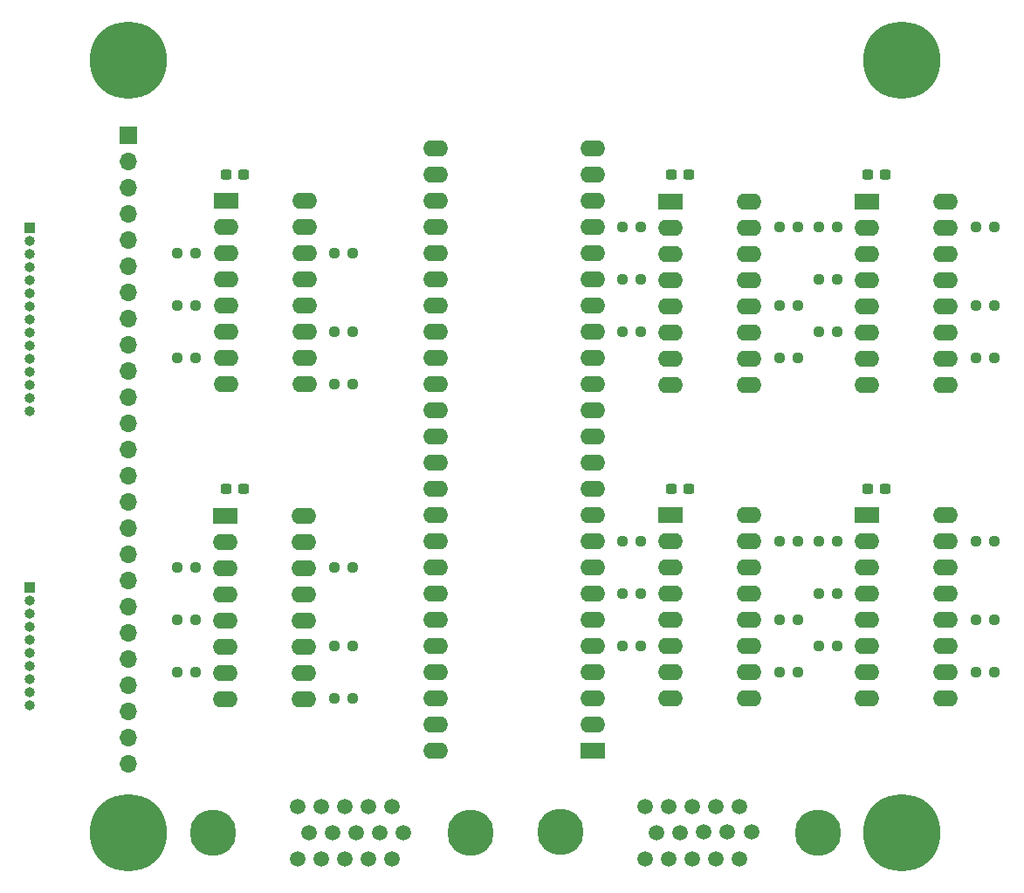
<source format=gts>
%TF.GenerationSoftware,KiCad,Pcbnew,6.0.9+dfsg-1*%
%TF.CreationDate,2022-12-20T22:45:34+00:00*%
%TF.ProjectId,HP_54542C_Display_Adapter,48505f35-3435-4343-9243-5f446973706c,1*%
%TF.SameCoordinates,Original*%
%TF.FileFunction,Soldermask,Top*%
%TF.FilePolarity,Negative*%
%FSLAX46Y46*%
G04 Gerber Fmt 4.6, Leading zero omitted, Abs format (unit mm)*
G04 Created by KiCad (PCBNEW 6.0.9+dfsg-1) date 2022-12-20 22:45:34*
%MOMM*%
%LPD*%
G01*
G04 APERTURE LIST*
G04 Aperture macros list*
%AMRoundRect*
0 Rectangle with rounded corners*
0 $1 Rounding radius*
0 $2 $3 $4 $5 $6 $7 $8 $9 X,Y pos of 4 corners*
0 Add a 4 corners polygon primitive as box body*
4,1,4,$2,$3,$4,$5,$6,$7,$8,$9,$2,$3,0*
0 Add four circle primitives for the rounded corners*
1,1,$1+$1,$2,$3*
1,1,$1+$1,$4,$5*
1,1,$1+$1,$6,$7*
1,1,$1+$1,$8,$9*
0 Add four rect primitives between the rounded corners*
20,1,$1+$1,$2,$3,$4,$5,0*
20,1,$1+$1,$4,$5,$6,$7,0*
20,1,$1+$1,$6,$7,$8,$9,0*
20,1,$1+$1,$8,$9,$2,$3,0*%
G04 Aperture macros list end*
%ADD10C,4.500000*%
%ADD11C,1.500000*%
%ADD12RoundRect,0.237500X-0.250000X-0.237500X0.250000X-0.237500X0.250000X0.237500X-0.250000X0.237500X0*%
%ADD13RoundRect,0.237500X0.250000X0.237500X-0.250000X0.237500X-0.250000X-0.237500X0.250000X-0.237500X0*%
%ADD14RoundRect,0.237500X0.300000X0.237500X-0.300000X0.237500X-0.300000X-0.237500X0.300000X-0.237500X0*%
%ADD15R,2.400000X1.600000*%
%ADD16O,2.400000X1.600000*%
%ADD17R,1.700000X1.700000*%
%ADD18O,1.700000X1.700000*%
%ADD19R,1.000000X1.000000*%
%ADD20O,1.000000X1.000000*%
%ADD21C,7.500000*%
G04 APERTURE END LIST*
D10*
%TO.C,J5*%
X145695166Y-137481254D03*
X120705166Y-137454731D03*
D11*
X138041500Y-134945337D03*
X135751500Y-134945337D03*
X133461500Y-134960000D03*
X131171500Y-134960000D03*
X128881500Y-134960000D03*
X139186500Y-137447244D03*
X136896500Y-137462593D03*
X134606500Y-137477943D03*
X132316500Y-137493292D03*
X130026500Y-137500000D03*
X138030166Y-140040000D03*
X135740166Y-140040000D03*
X133450166Y-140040000D03*
X131160166Y-140040000D03*
X128881500Y-140040000D03*
%TD*%
D10*
%TO.C,J4*%
X179395166Y-137431254D03*
X154405166Y-137404731D03*
D11*
X171741500Y-134895337D03*
X169451500Y-134895337D03*
X167161500Y-134910000D03*
X164871500Y-134910000D03*
X162581500Y-134910000D03*
X172886500Y-137397244D03*
X170596500Y-137412593D03*
X168306500Y-137427943D03*
X166016500Y-137443292D03*
X163726500Y-137450000D03*
X171730166Y-139990000D03*
X169440166Y-139990000D03*
X167150166Y-139990000D03*
X164860166Y-139990000D03*
X162581500Y-139990000D03*
%TD*%
D12*
%TO.C,R36*%
X194667500Y-109220000D03*
X196492500Y-109220000D03*
%TD*%
%TO.C,R35*%
X194667500Y-116840000D03*
X196492500Y-116840000D03*
%TD*%
%TO.C,R34*%
X194667500Y-121920000D03*
X196492500Y-121920000D03*
%TD*%
D13*
%TO.C,R33*%
X181252500Y-119380000D03*
X179427500Y-119380000D03*
%TD*%
%TO.C,R32*%
X181252500Y-114300000D03*
X179427500Y-114300000D03*
%TD*%
%TO.C,R31*%
X181252500Y-109220000D03*
X179427500Y-109220000D03*
%TD*%
D12*
%TO.C,R30*%
X175617500Y-109220000D03*
X177442500Y-109220000D03*
%TD*%
%TO.C,R29*%
X175617500Y-116840000D03*
X177442500Y-116840000D03*
%TD*%
%TO.C,R28*%
X175617500Y-121920000D03*
X177442500Y-121920000D03*
%TD*%
D13*
%TO.C,R27*%
X162202500Y-119380000D03*
X160377500Y-119380000D03*
%TD*%
%TO.C,R26*%
X162202500Y-114300000D03*
X160377500Y-114300000D03*
%TD*%
%TO.C,R25*%
X162202500Y-109220000D03*
X160377500Y-109220000D03*
%TD*%
D12*
%TO.C,R24*%
X194667500Y-78740000D03*
X196492500Y-78740000D03*
%TD*%
%TO.C,R23*%
X194667500Y-86360000D03*
X196492500Y-86360000D03*
%TD*%
%TO.C,R22*%
X194667500Y-91440000D03*
X196492500Y-91440000D03*
%TD*%
D13*
%TO.C,R21*%
X181252500Y-88900000D03*
X179427500Y-88900000D03*
%TD*%
%TO.C,R20*%
X181252500Y-83820000D03*
X179427500Y-83820000D03*
%TD*%
%TO.C,R19*%
X181252500Y-78740000D03*
X179427500Y-78740000D03*
%TD*%
D12*
%TO.C,R18*%
X175617500Y-78740000D03*
X177442500Y-78740000D03*
%TD*%
%TO.C,R17*%
X175617500Y-86360000D03*
X177442500Y-86360000D03*
%TD*%
%TO.C,R16*%
X175617500Y-91440000D03*
X177442500Y-91440000D03*
%TD*%
D13*
%TO.C,R15*%
X162202500Y-88900000D03*
X160377500Y-88900000D03*
%TD*%
%TO.C,R14*%
X162202500Y-83820000D03*
X160377500Y-83820000D03*
%TD*%
%TO.C,R13*%
X162202500Y-78740000D03*
X160377500Y-78740000D03*
%TD*%
%TO.C,R12*%
X134262500Y-111760000D03*
X132437500Y-111760000D03*
%TD*%
%TO.C,R11*%
X134262500Y-119380000D03*
X132437500Y-119380000D03*
%TD*%
%TO.C,R10*%
X134262500Y-124460000D03*
X132437500Y-124460000D03*
%TD*%
D12*
%TO.C,R9*%
X117197500Y-121920000D03*
X119022500Y-121920000D03*
%TD*%
%TO.C,R8*%
X117197500Y-116840000D03*
X119022500Y-116840000D03*
%TD*%
%TO.C,R7*%
X117197500Y-111760000D03*
X119022500Y-111760000D03*
%TD*%
D13*
%TO.C,R6*%
X134262500Y-81280000D03*
X132437500Y-81280000D03*
%TD*%
%TO.C,R5*%
X134262500Y-88900000D03*
X132437500Y-88900000D03*
%TD*%
%TO.C,R4*%
X134262500Y-93980000D03*
X132437500Y-93980000D03*
%TD*%
D12*
%TO.C,R3*%
X117197500Y-91440000D03*
X119022500Y-91440000D03*
%TD*%
%TO.C,R2*%
X117197500Y-86360000D03*
X119022500Y-86360000D03*
%TD*%
%TO.C,R1*%
X117197500Y-81280000D03*
X119022500Y-81280000D03*
%TD*%
D14*
%TO.C,C7*%
X185875000Y-104140000D03*
X184150000Y-104140000D03*
%TD*%
%TO.C,C6*%
X166825000Y-104140000D03*
X165100000Y-104140000D03*
%TD*%
%TO.C,C5*%
X185875000Y-73660000D03*
X184150000Y-73660000D03*
%TD*%
%TO.C,C4*%
X166825000Y-73660000D03*
X165100000Y-73660000D03*
%TD*%
%TO.C,C3*%
X123645000Y-104140000D03*
X121920000Y-104140000D03*
%TD*%
%TO.C,C2*%
X123645000Y-73660000D03*
X121920000Y-73660000D03*
%TD*%
D15*
%TO.C,U7*%
X184135000Y-106680000D03*
D16*
X184135000Y-109220000D03*
X184135000Y-111760000D03*
X184135000Y-114300000D03*
X184135000Y-116840000D03*
X184135000Y-119380000D03*
X184135000Y-121920000D03*
X184135000Y-124460000D03*
X191755000Y-124460000D03*
X191755000Y-121920000D03*
X191755000Y-119380000D03*
X191755000Y-116840000D03*
X191755000Y-114300000D03*
X191755000Y-111760000D03*
X191755000Y-109220000D03*
X191755000Y-106680000D03*
%TD*%
D15*
%TO.C,U6*%
X165085000Y-106680000D03*
D16*
X165085000Y-109220000D03*
X165085000Y-111760000D03*
X165085000Y-114300000D03*
X165085000Y-116840000D03*
X165085000Y-119380000D03*
X165085000Y-121920000D03*
X165085000Y-124460000D03*
X172705000Y-124460000D03*
X172705000Y-121920000D03*
X172705000Y-119380000D03*
X172705000Y-116840000D03*
X172705000Y-114300000D03*
X172705000Y-111760000D03*
X172705000Y-109220000D03*
X172705000Y-106680000D03*
%TD*%
D15*
%TO.C,U5*%
X184120000Y-76215000D03*
D16*
X184120000Y-78755000D03*
X184120000Y-81295000D03*
X184120000Y-83835000D03*
X184120000Y-86375000D03*
X184120000Y-88915000D03*
X184120000Y-91455000D03*
X184120000Y-93995000D03*
X191740000Y-93995000D03*
X191740000Y-91455000D03*
X191740000Y-88915000D03*
X191740000Y-86375000D03*
X191740000Y-83835000D03*
X191740000Y-81295000D03*
X191740000Y-78755000D03*
X191740000Y-76215000D03*
%TD*%
D15*
%TO.C,U4*%
X165085000Y-76215000D03*
D16*
X165085000Y-78755000D03*
X165085000Y-81295000D03*
X165085000Y-83835000D03*
X165085000Y-86375000D03*
X165085000Y-88915000D03*
X165085000Y-91455000D03*
X165085000Y-93995000D03*
X172705000Y-93995000D03*
X172705000Y-91455000D03*
X172705000Y-88915000D03*
X172705000Y-86375000D03*
X172705000Y-83835000D03*
X172705000Y-81295000D03*
X172705000Y-78755000D03*
X172705000Y-76215000D03*
%TD*%
D15*
%TO.C,U3*%
X121905000Y-106695000D03*
D16*
X121905000Y-109235000D03*
X121905000Y-111775000D03*
X121905000Y-114315000D03*
X121905000Y-116855000D03*
X121905000Y-119395000D03*
X121905000Y-121935000D03*
X121905000Y-124475000D03*
X129525000Y-124475000D03*
X129525000Y-121935000D03*
X129525000Y-119395000D03*
X129525000Y-116855000D03*
X129525000Y-114315000D03*
X129525000Y-111775000D03*
X129525000Y-109235000D03*
X129525000Y-106695000D03*
%TD*%
D15*
%TO.C,U2*%
X121920000Y-76200000D03*
D16*
X121920000Y-78740000D03*
X121920000Y-81280000D03*
X121920000Y-83820000D03*
X121920000Y-86360000D03*
X121920000Y-88900000D03*
X121920000Y-91440000D03*
X121920000Y-93980000D03*
X129540000Y-93980000D03*
X129540000Y-91440000D03*
X129540000Y-88900000D03*
X129540000Y-86360000D03*
X129540000Y-83820000D03*
X129540000Y-81280000D03*
X129540000Y-78740000D03*
X129540000Y-76200000D03*
%TD*%
D17*
%TO.C,J3*%
X112500000Y-69850000D03*
D18*
X112500000Y-72390000D03*
X112500000Y-74930000D03*
X112500000Y-77470000D03*
X112500000Y-80010000D03*
X112500000Y-82550000D03*
X112500000Y-85090000D03*
X112500000Y-87630000D03*
X112500000Y-90170000D03*
X112500000Y-92710000D03*
X112500000Y-95250000D03*
X112500000Y-97790000D03*
X112500000Y-100330000D03*
X112500000Y-102870000D03*
X112500000Y-105410000D03*
X112500000Y-107950000D03*
X112500000Y-110490000D03*
X112500000Y-113030000D03*
X112500000Y-115570000D03*
X112500000Y-118110000D03*
X112500000Y-120650000D03*
X112500000Y-123190000D03*
X112500000Y-125730000D03*
X112500000Y-128270000D03*
X112500000Y-130810000D03*
%TD*%
D19*
%TO.C,J2*%
X102895000Y-113680000D03*
D20*
X102895000Y-114950000D03*
X102895000Y-116220000D03*
X102895000Y-117490000D03*
X102895000Y-118760000D03*
X102895000Y-120030000D03*
X102895000Y-121300000D03*
X102895000Y-122570000D03*
X102895000Y-123840000D03*
X102895000Y-125110000D03*
%TD*%
D21*
%TO.C,H3*%
X187500000Y-137500000D03*
%TD*%
%TO.C,H2*%
X187500000Y-62500000D03*
%TD*%
D19*
%TO.C,J1*%
X102895000Y-78755000D03*
D20*
X102895000Y-80025000D03*
X102895000Y-81295000D03*
X102895000Y-82565000D03*
X102895000Y-83835000D03*
X102895000Y-85105000D03*
X102895000Y-86375000D03*
X102895000Y-87645000D03*
X102895000Y-88915000D03*
X102895000Y-90185000D03*
X102895000Y-91455000D03*
X102895000Y-92725000D03*
X102895000Y-93995000D03*
X102895000Y-95265000D03*
X102895000Y-96535000D03*
%TD*%
D15*
%TO.C,U1*%
X157480000Y-129540000D03*
D16*
X157480000Y-127000000D03*
X157480000Y-124460000D03*
X157480000Y-121920000D03*
X157480000Y-119380000D03*
X157480000Y-116840000D03*
X157480000Y-114300000D03*
X157480000Y-111760000D03*
X157480000Y-109220000D03*
X157480000Y-106680000D03*
X157480000Y-104140000D03*
X157480000Y-101600000D03*
X157480000Y-99060000D03*
X157480000Y-96520000D03*
X157480000Y-93980000D03*
X157480000Y-91440000D03*
X157480000Y-88900000D03*
X157480000Y-86360000D03*
X157480000Y-83820000D03*
X157480000Y-81280000D03*
X157480000Y-78740000D03*
X157480000Y-76200000D03*
X157480000Y-73660000D03*
X157480000Y-71120000D03*
X142240000Y-71120000D03*
X142240000Y-73660000D03*
X142240000Y-76200000D03*
X142240000Y-78740000D03*
X142240000Y-81280000D03*
X142240000Y-83820000D03*
X142240000Y-86360000D03*
X142240000Y-88900000D03*
X142240000Y-91440000D03*
X142240000Y-93980000D03*
X142240000Y-96520000D03*
X142240000Y-99060000D03*
X142240000Y-101600000D03*
X142240000Y-104140000D03*
X142240000Y-106680000D03*
X142240000Y-109220000D03*
X142240000Y-111760000D03*
X142240000Y-114300000D03*
X142240000Y-116840000D03*
X142240000Y-119380000D03*
X142240000Y-121920000D03*
X142240000Y-124460000D03*
X142240000Y-127000000D03*
X142240000Y-129540000D03*
%TD*%
D21*
%TO.C,H1*%
X112500000Y-62500000D03*
%TD*%
%TO.C,H4*%
X112500000Y-137500000D03*
%TD*%
M02*

</source>
